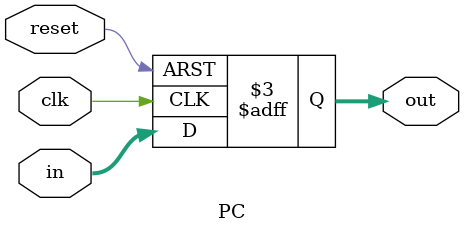
<source format=v>
`timescale 1ns / 1ps
module PC(
	 input[7:0] in,
    input clk,
	 input reset,
    output reg [7:0] out
    );
	 
	 initial begin
		out <= 8'd0;
	 end
	 always @(posedge clk, posedge reset) begin
		if(reset) begin
			out <= 8'd0;
		end else begin
			out <= in;
		end
	 end
endmodule

</source>
